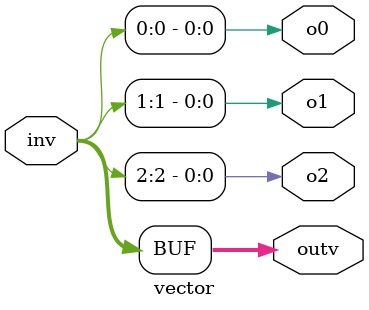
<source format=sv>
module vector (
	input 	[2 : 0] inv,
	output	[2 : 0] outv,    
	output 	o2, o1, o0	
);

	// 代码量预计4行
	assign outv = inv;
    assign o2 = inv[2];
    assign o1 = inv[1];
    assign o0 = inv[0];

endmodule

</source>
